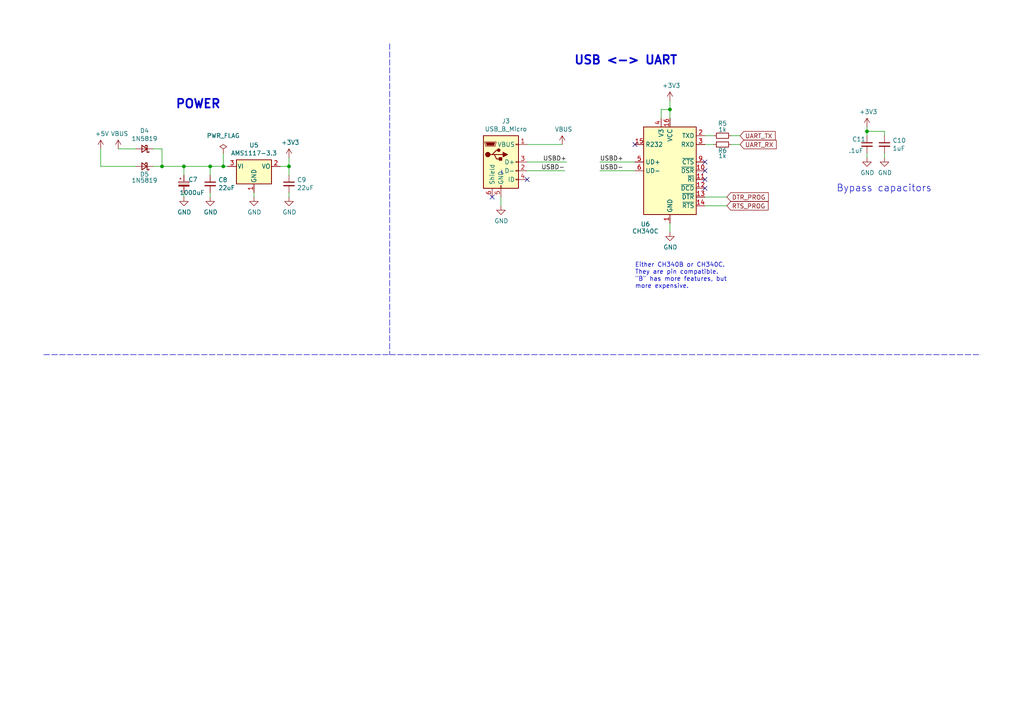
<source format=kicad_sch>
(kicad_sch (version 20211123) (generator eeschema)
  (paper "A4")
  (title_block (title "Unijoysticle 2 A500") (date "2022-04-25") (rev "A") (company "Retro Moe"))
  (lib_symbols
    (symbol "Connector:USB_B_Micro" (pin_names (offset 1.016))
      (property "Reference" "J" (at -5.08 11.43 0))
      (property "Value" "USB_B_Micro" (at -5.08 8.89 0))
      (symbol "USB_B_Micro_0_1"
        (rectangle (start -5.08 -7.62) (end 5.08 7.62) (stroke (width 0.254)) (fill (type background)))
        (circle (center -3.81 2.159) (radius 0.635) (stroke (width 0.254)) (fill (type outline)))
        (circle (center -0.635 3.429) (radius 0.381) (stroke (width 0.254)) (fill (type outline)))
        (rectangle (start -0.127 -7.62) (end 0.127 -6.858))
        (polyline (pts (xy -1.905 2.159) (xy 0.635 2.159)) (stroke (width 0.254)))
        (polyline (pts (xy -3.175 2.159) (xy -2.54 2.159) (xy -1.27 3.429) (xy -0.635 3.429)) (stroke (width 0.254)))
        (polyline (pts (xy -2.54 2.159) (xy -1.905 2.159) (xy -1.27 0.889) (xy 0 0.889)) (stroke (width 0.254)))
        (polyline (pts (xy 0.635 2.794) (xy 0.635 1.524) (xy 1.905 2.159) (xy 0.635 2.794)) (stroke (width 0.254)) (fill (type outline)))
        (polyline (pts (xy -4.318 5.588) (xy -1.778 5.588) (xy -2.032 4.826) (xy -4.064 4.826) (xy -4.318 5.588)) (fill (type outline)))
        (polyline (pts (xy -4.699 5.842) (xy -4.699 5.588) (xy -4.445 4.826) (xy -4.445 4.572) (xy -1.651 4.572) (xy -1.651 4.826) (xy -1.397 5.588) (xy -1.397 5.842) (xy -4.699 5.842)))
        (rectangle (start 0.254 1.27) (end -0.508 0.508) (stroke (width 0.254)) (fill (type outline)))
        (rectangle (start 5.08 -5.207) (end 4.318 -4.953))
        (rectangle (start 5.08 -2.667) (end 4.318 -2.413))
        (rectangle (start 5.08 -0.127) (end 4.318 0.127))
        (rectangle (start 5.08 4.953) (end 4.318 5.207))
      )
      (symbol "USB_B_Micro_1_1"
        (pin power_out line (at 7.62 5.08 180) (length 2.54) (name "VBUS") (number "1"))
        (pin bidirectional line (at 7.62 -2.54 180) (length 2.54) (name "D-") (number "2"))
        (pin bidirectional line (at 7.62 0 180) (length 2.54) (name "D+") (number "3"))
        (pin passive line (at 7.62 -5.08 180) (length 2.54) (name "ID") (number "4"))
        (pin power_out line (at 0 -10.16 90) (length 2.54) (name "GND") (number "5"))
        (pin passive line (at -2.54 -10.16 90) (length 2.54) (name "Shield") (number "6"))
      )
    )
    (symbol "Device:C_Polarized_Small" (pin_numbers hide) (pin_names (offset 0.254) hide)
      (property "Reference" "C" (at 0.254 1.778 0))
      (property "Value" "C_Polarized_Small" (at 0.254 -2.032 0))
      (symbol "C_Polarized_Small_0_1"
        (rectangle (start -1.524 -0.3048) (end 1.524 -0.6858) (fill (type outline)))
        (rectangle (start -1.524 0.6858) (end 1.524 0.3048))
        (polyline (pts (xy -1.27 1.524) (xy -0.762 1.524)))
        (polyline (pts (xy -1.016 1.27) (xy -1.016 1.778)))
      )
      (symbol "C_Polarized_Small_1_1"
        (pin passive line (at 0 2.54 270) (length 1.8542) (name "~") (number "1"))
        (pin passive line (at 0 -2.54 90) (length 1.8542) (name "~") (number "2"))
      )
    )
    (symbol "Device:C_Small" (pin_numbers hide) (pin_names (offset 0.254) hide)
      (property "Reference" "C" (at 0.254 1.778 0))
      (property "Value" "C_Small" (at 0.254 -2.032 0))
      (symbol "C_Small_0_1"
        (polyline (pts (xy -1.524 -0.508) (xy 1.524 -0.508)) (stroke (width 0.3302)))
        (polyline (pts (xy -1.524 0.508) (xy 1.524 0.508)) (stroke (width 0.3048)))
      )
      (symbol "C_Small_1_1"
        (pin passive line (at 0 2.54 270) (length 2.032) (name "~") (number "1"))
        (pin passive line (at 0 -2.54 90) (length 2.032) (name "~") (number "2"))
      )
    )
    (symbol "Device:D_Schottky_Small" (pin_numbers hide) (pin_names (offset 0.254) hide)
      (property "Reference" "D" (at -1.27 2.032 0))
      (property "Value" "D_Schottky_Small" (at -7.112 -2.032 0))
      (symbol "D_Schottky_Small_0_1"
        (polyline (pts (xy -0.762 0) (xy 0.762 0)))
        (polyline (pts (xy 0.762 -1.016) (xy -0.762 0) (xy 0.762 1.016) (xy 0.762 -1.016)) (stroke (width 0.254)))
        (polyline (pts (xy -1.27 0.762) (xy -1.27 1.016) (xy -0.762 1.016) (xy -0.762 -1.016) (xy -0.254 -1.016) (xy -0.254 -0.762)) (stroke (width 0.254)))
      )
      (symbol "D_Schottky_Small_1_1"
        (pin passive line (at -2.54 0 0) (length 1.778) (name "K") (number "1"))
        (pin passive line (at 2.54 0 180) (length 1.778) (name "A") (number "2"))
      )
    )
    (symbol "Device:R_Small" (pin_numbers hide) (pin_names (offset 0.254) hide)
      (property "Reference" "R" (at 0.762 0.508 0))
      (property "Value" "R_Small" (at 0.762 -1.016 0))
      (symbol "R_Small_0_1"
        (rectangle (start -0.762 1.778) (end 0.762 -1.778) (stroke (width 0.2032)))
      )
      (symbol "R_Small_1_1"
        (pin passive line (at 0 2.54 270) (length 0.762) (name "~") (number "1"))
        (pin passive line (at 0 -2.54 90) (length 0.762) (name "~") (number "2"))
      )
    )
    (symbol "Interface_USB:CH340C"
      (property "Reference" "U" (at -5.08 13.97 0))
      (property "Value" "CH340C" (at 1.27 13.97 0))
      (symbol "CH340C_0_1"
        (rectangle (start -7.62 12.7) (end 7.62 -12.7) (stroke (width 0.254)) (fill (type background)))
      )
      (symbol "CH340C_1_1"
        (pin power_in line (at 0 -15.24 90) (length 2.54) (name "GND") (number "1"))
        (pin input line (at 10.16 0 180) (length 2.54) (name "~{DSR}") (number "10"))
        (pin input line (at 10.16 -2.54 180) (length 2.54) (name "~{RI}") (number "11"))
        (pin input line (at 10.16 -5.08 180) (length 2.54) (name "~{DCD}") (number "12"))
        (pin output line (at 10.16 -7.62 180) (length 2.54) (name "~{DTR}") (number "13"))
        (pin output line (at 10.16 -10.16 180) (length 2.54) (name "~{RTS}") (number "14"))
        (pin input line (at -10.16 7.62 0) (length 2.54) (name "R232") (number "15"))
        (pin power_in line (at 0 15.24 270) (length 2.54) (name "VCC") (number "16"))
        (pin output line (at 10.16 10.16 180) (length 2.54) (name "TXD") (number "2"))
        (pin input line (at 10.16 7.62 180) (length 2.54) (name "RXD") (number "3"))
        (pin passive line (at -2.54 15.24 270) (length 2.54) (name "V3") (number "4"))
        (pin bidirectional line (at -10.16 2.54 0) (length 2.54) (name "UD+") (number "5"))
        (pin bidirectional line (at -10.16 0 0) (length 2.54) (name "UD-") (number "6"))
        (pin no_connect line (at -7.62 -7.62 0) (length 2.54) hide (name "NC") (number "7"))
        (pin no_connect line (at -7.62 -10.16 0) (length 2.54) hide (name "NC") (number "8"))
        (pin input line (at 10.16 2.54 180) (length 2.54) (name "~{CTS}") (number "9"))
      )
    )
    (symbol "Regulator_Linear:AMS1117-3.3" (pin_names (offset 0.254))
      (property "Reference" "U" (at -3.81 3.175 0))
      (property "Value" "AMS1117-3.3" (at 0 3.175 0))
      (symbol "AMS1117-3.3_0_1"
        (rectangle (start -5.08 -5.08) (end 5.08 1.905) (stroke (width 0.254)) (fill (type background)))
      )
      (symbol "AMS1117-3.3_1_1"
        (pin power_in line (at 0 -7.62 90) (length 2.54) (name "GND") (number "1"))
        (pin power_out line (at 7.62 0 180) (length 2.54) (name "VO") (number "2"))
        (pin power_in line (at -7.62 0 0) (length 2.54) (name "VI") (number "3"))
      )
    )
    (symbol "power:+3V3" (power) (pin_names (offset 0))
      (property "Value" "+3V3" (at 0 3.556 0))
      (symbol "+3V3_0_1"
        (polyline (pts (xy -0.762 1.27) (xy 0 2.54)))
        (polyline (pts (xy 0 0) (xy 0 2.54)))
        (polyline (pts (xy 0 2.54) (xy 0.762 1.27)))
      )
      (symbol "+3V3_1_1"
        (pin power_in line (at 0 0 90) (length 0) hide (name "+3V3") (number "1"))
      )
    )
    (symbol "power:+5V" (power) (pin_names (offset 0))
      (property "Value" "+5V" (at 0 3.556 0))
      (symbol "+5V_0_1"
        (polyline (pts (xy -0.762 1.27) (xy 0 2.54)))
        (polyline (pts (xy 0 0) (xy 0 2.54)))
        (polyline (pts (xy 0 2.54) (xy 0.762 1.27)))
      )
      (symbol "+5V_1_1"
        (pin power_in line (at 0 0 90) (length 0) hide (name "+5V") (number "1"))
      )
    )
    (symbol "power:GND" (power) (pin_names (offset 0))
      (property "Value" "GND" (at 0 -3.81 0))
      (symbol "GND_0_1"
        (polyline (pts (xy 0 0) (xy 0 -1.27) (xy 1.27 -1.27) (xy 0 -2.54) (xy -1.27 -1.27) (xy 0 -1.27)))
      )
      (symbol "GND_1_1"
        (pin power_in line (at 0 0 270) (length 0) hide (name "GND") (number "1"))
      )
    )
    (symbol "power:PWR_FLAG" (power) (pin_numbers hide) (pin_names (offset 0) hide)
      (property "Value" "PWR_FLAG" (at 0 3.81 0))
      (symbol "PWR_FLAG_0_0"
        (pin power_out line (at 0 0 90) (length 0) (name "pwr") (number "1"))
      )
      (symbol "PWR_FLAG_0_1"
        (polyline (pts (xy 0 0) (xy 0 1.27) (xy -1.016 1.905) (xy 0 2.54) (xy 1.016 1.905) (xy 0 1.27)))
      )
    )
    (symbol "power:VBUS" (power) (pin_names (offset 0))
      (property "Value" "VBUS" (at 0 3.81 0))
      (symbol "VBUS_0_1"
        (polyline (pts (xy -0.762 1.27) (xy 0 2.54)))
        (polyline (pts (xy 0 0) (xy 0 2.54)))
        (polyline (pts (xy 0 2.54) (xy 0.762 1.27)))
      )
      (symbol "VBUS_1_1"
        (pin power_in line (at 0 0 90) (length 0) hide (name "VBUS") (number "1"))
      )
    )
  )
  (junction (at 194.31 31.75))
  (junction (at 60.96 48.26))
  (junction (at 64.77 48.26))
  (junction (at 83.82 48.26))
  (junction (at 251.46 38.1))
  (junction (at 53.34 48.26))
  (junction (at 46.99 48.26))
  (no_connect (at 204.47 46.99))
  (no_connect (at 204.47 49.53))
  (no_connect (at 204.47 52.07))
  (no_connect (at 204.47 54.61))
  (no_connect (at 152.908 52.07))
  (no_connect (at 184.15 41.91))
  (no_connect (at 142.748 57.15))
  (wire (pts (xy 73.66 55.88) (xy 73.66 57.15)))
  (wire (pts (xy 60.96 48.26) (xy 60.96 50.8)))
  (wire (pts (xy 256.54 44.45) (xy 256.54 45.72)))
  (wire (pts (xy 29.21 48.26) (xy 29.21 43.18)))
  (polyline (pts (xy 12.7 102.87) (xy 113.03 102.87)))
  (wire (pts (xy 194.31 31.75) (xy 194.31 34.29)))
  (wire (pts (xy 83.82 55.88) (xy 83.82 57.15)))
  (wire (pts (xy 53.34 55.88) (xy 53.34 57.15)))
  (wire (pts (xy 145.288 57.15) (xy 145.288 59.69)))
  (wire (pts (xy 53.34 48.26) (xy 60.96 48.26)))
  (wire (pts (xy 53.34 48.26) (xy 53.34 50.8)))
  (wire (pts (xy 83.82 48.26) (xy 83.82 50.8)))
  (wire (pts (xy 83.82 48.26) (xy 81.28 48.26)))
  (wire (pts (xy 204.47 41.91) (xy 207.01 41.91)))
  (wire (pts (xy 251.46 38.1) (xy 251.46 39.37)))
  (wire (pts (xy 60.96 48.26) (xy 64.77 48.26)))
  (wire (pts (xy 152.908 41.91) (xy 163.068 41.91)))
  (wire (pts (xy 152.908 49.53) (xy 163.83 49.53)))
  (wire (pts (xy 191.77 31.75) (xy 191.77 34.29)))
  (wire (pts (xy 152.908 46.99) (xy 164.338 46.99)))
  (wire (pts (xy 46.99 43.18) (xy 46.99 48.26)))
  (wire (pts (xy 204.47 39.37) (xy 207.01 39.37)))
  (wire (pts (xy 204.47 57.15) (xy 210.82 57.15)))
  (wire (pts (xy 251.46 38.1) (xy 256.54 38.1)))
  (wire (pts (xy 46.99 48.26) (xy 53.34 48.26)))
  (wire (pts (xy 194.31 29.21) (xy 194.31 31.75)))
  (wire (pts (xy 204.47 59.69) (xy 210.82 59.69)))
  (wire (pts (xy 83.82 45.72) (xy 83.82 48.26)))
  (wire (pts (xy 29.21 48.26) (xy 39.37 48.26)))
  (wire (pts (xy 44.45 48.26) (xy 46.99 48.26)))
  (wire (pts (xy 173.99 49.53) (xy 184.15 49.53)))
  (wire (pts (xy 39.37 43.18) (xy 34.29 43.18)))
  (wire (pts (xy 173.99 46.99) (xy 184.15 46.99)))
  (polyline (pts (xy 145.542 50.546) (xy 145.542 49.276)))
  (wire (pts (xy 60.96 57.15) (xy 60.96 55.88)))
  (wire (pts (xy 256.54 38.1) (xy 256.54 39.37)))
  (wire (pts (xy 251.46 36.83) (xy 251.46 38.1)))
  (wire (pts (xy 212.09 39.37) (xy 214.63 39.37)))
  (wire (pts (xy 251.46 44.45) (xy 251.46 45.72)))
  (wire (pts (xy 194.31 31.75) (xy 191.77 31.75)))
  (polyline (pts (xy 113.03 12.7) (xy 113.03 102.87)))
  (wire (pts (xy 212.09 41.91) (xy 214.63 41.91)))
  (wire (pts (xy 44.45 43.18) (xy 46.99 43.18)))
  (wire (pts (xy 64.77 44.45) (xy 64.77 48.26)))
  (wire (pts (xy 194.31 64.77) (xy 194.31 67.31)))
  (wire (pts (xy 64.77 48.26) (xy 66.04 48.26)))
  (polyline (pts (xy 113.03 102.87) (xy 284.48 102.87)))
  (text "Either CH340B or CH340C.\nThey are pin compatible.\n\"B\" has more features, but\nmore expensive." (at 184.15 83.82 0) (effects (font (size 1.27 1.27)) (justify left bottom)))
  (text "Bypass capacitors" (at 242.57 55.88 0) (effects (font (size 2 2)) (justify left bottom)))
  (text "USB <-> UART" (at 166.37 19.05 0) (effects (font (size 2.4892 2.4892) (thickness 0.4978) bold) (justify left bottom)))
  (text "POWER" (at 50.8 31.75 0) (effects (font (size 2.4892 2.4892) (thickness 0.4978) bold) (justify left bottom)))
  (label "USBD-" (at 163.83 49.53 180))
  (label "USBD+" (at 173.99 46.99 0))
  (label "USBD-" (at 173.99 49.53 0))
  (label "USBD+" (at 164.338 46.99 180))
  (global_label "RTS_PROG" (shape input) (at 210.82 59.69 0) (property "Intersheet References" "${INTERSHEET_REFS}" (effects hide)))
  (global_label "DTR_PROG" (shape input) (at 210.82 57.15 0) (property "Intersheet References" "${INTERSHEET_REFS}" (effects hide)))
  (global_label "UART_RX" (shape input) (at 214.63 41.91 0) (property "Intersheet References" "${INTERSHEET_REFS}" (effects hide)))
  (global_label "UART_TX" (shape input) (at 214.63 39.37 0) (property "Intersheet References" "${INTERSHEET_REFS}" (effects hide)))
  (symbol (lib_id "power:VBUS") (at 163.068 41.91 0) (unit 1)
    (property "Reference" "#PWR025" (effects hide))
    (property "Value" "VBUS" (at 163.449 37.5158 0))
  )
  (symbol (lib_id "Device:C_Small") (at 60.96 53.34 0) (unit 1)
    (property "Reference" "C8" (at 63.2968 52.1716 0) (effects (justify left)))
    (property "Value" "22uF" (at 63.2968 54.483 0) (effects (justify left)))
    (property "Footprint" "Capacitor_SMD:C_0805_2012Metric_Pad1.18x1.45mm_HandSolder" (effects hide))
  )
  (symbol (lib_id "power:GND") (at 73.66 57.15 0) (unit 1)
    (property "Reference" "#PWR026" (effects hide))
    (property "Value" "GND" (at 73.787 61.5442 0))
  )
  (symbol (lib_id "power:GND") (at 60.96 57.15 0) (unit 1)
    (property "Reference" "#PWR024" (effects hide))
    (property "Value" "GND" (at 61.087 61.5442 0))
  )
  (symbol (lib_id "Device:C_Small") (at 83.82 53.34 0) (unit 1)
    (property "Reference" "C9" (at 86.1568 52.1716 0) (effects (justify left)))
    (property "Value" "22uF" (at 86.1568 54.483 0) (effects (justify left)))
    (property "Footprint" "Capacitor_SMD:C_0805_2012Metric_Pad1.18x1.45mm_HandSolder" (effects hide))
  )
  (symbol (lib_id "power:GND") (at 83.82 57.15 0) (unit 1)
    (property "Reference" "#PWR029" (effects hide))
    (property "Value" "GND" (at 83.947 61.5442 0))
  )
  (symbol (lib_id "power:+3V3") (at 83.82 45.72 0) (unit 1)
    (property "Reference" "#PWR028" (effects hide))
    (property "Value" "+3V3" (at 84.201 41.3258 0))
  )
  (symbol (lib_id "Regulator_Linear:AMS1117-3.3") (at 73.66 48.26 0) (unit 1)
    (property "Reference" "U5" (at 73.66 42.1132 0))
    (property "Value" "AMS1117-3.3" (at 73.66 44.4246 0))
    (property "Footprint" "Package_TO_SOT_SMD:SOT-223-3_TabPin2" (effects hide))
    (property "Datasheet" "http://www.advanced-monolithic.com/pdf/ds1117.pdf" (effects hide))
  )
  (symbol (lib_id "Interface_USB:CH340C") (at 194.31 49.53 0) (unit 1)
    (property "Reference" "U6" (at 187.198 65.024 0))
    (property "Value" "CH340C" (at 187.198 67.056 0))
    (property "Footprint" "Package_SO:SOIC-16_3.9x9.9mm_P1.27mm" (effects hide))
    (property "Datasheet" "https://datasheet.lcsc.com/szlcsc/Jiangsu-Qin-Heng-CH340C_C84681.pdf" (effects hide))
  )
  (symbol (lib_id "power:GND") (at 251.46 45.72 0) (unit 1)
    (property "Reference" "#PWR0103" (effects hide))
    (property "Value" "GND" (at 251.587 50.1142 0))
  )
  (symbol (lib_id "Device:C_Small") (at 251.46 41.91 0) (unit 1)
    (property "Reference" "C11" (at 247.142 40.386 0) (effects (justify left)))
    (property "Value" ".1uF" (at 246.126 43.688 0) (effects (justify left)))
    (property "Footprint" "Capacitor_SMD:C_0805_2012Metric_Pad1.18x1.45mm_HandSolder" (effects hide))
  )
  (symbol (lib_id "power:VBUS") (at 34.29 43.18 0) (unit 1)
    (property "Reference" "#PWR022" (effects hide))
    (property "Value" "VBUS" (at 34.671 38.7858 0))
  )
  (symbol (lib_id "power:GND") (at 53.34 57.15 0) (unit 1)
    (property "Reference" "#PWR018" (effects hide))
    (property "Value" "GND" (at 53.467 61.5442 0))
  )
  (symbol (lib_id "Device:R_Small") (at 209.55 39.37 270) (unit 1)
    (property "Reference" "R5" (at 209.55 35.814 90))
    (property "Value" "1k" (at 209.55 37.592 90))
    (property "Footprint" "Resistor_SMD:R_0805_2012Metric_Pad1.20x1.40mm_HandSolder" (effects hide))
  )
  (symbol (lib_id "power:+3V3") (at 194.31 29.21 0) (unit 1)
    (property "Reference" "#PWR0101" (effects hide))
    (property "Value" "+3V3" (at 194.691 24.8158 0))
  )
  (symbol (lib_id "power:GND") (at 194.31 67.31 0) (unit 1)
    (property "Reference" "#PWR0102" (effects hide))
    (property "Value" "GND" (at 194.437 71.7042 0))
  )
  (symbol (lib_id "power:+3V3") (at 251.46 36.83 0) (unit 1)
    (property "Reference" "#PWR0105" (effects hide))
    (property "Value" "+3V3" (at 251.841 32.4358 0))
  )
  (symbol (lib_id "Device:C_Small") (at 256.54 41.91 0) (unit 1)
    (property "Reference" "C10" (at 258.8768 40.7416 0) (effects (justify left)))
    (property "Value" "1uF" (at 258.8768 43.053 0) (effects (justify left)))
    (property "Footprint" "Capacitor_SMD:C_0805_2012Metric_Pad1.18x1.45mm_HandSolder" (effects hide))
  )
  (symbol (lib_id "power:GND") (at 256.54 45.72 0) (unit 1)
    (property "Reference" "#PWR0106" (effects hide))
    (property "Value" "GND" (at 256.667 50.1142 0))
  )
  (symbol (lib_id "power:GND") (at 145.288 59.69 0) (unit 1)
    (property "Reference" "#PWR0107" (effects hide))
    (property "Value" "GND" (at 145.415 64.0842 0))
  )
  (symbol (lib_id "Device:R_Small") (at 209.55 41.91 270) (unit 1)
    (property "Reference" "R6" (at 209.55 43.688 90))
    (property "Value" "1k" (at 209.55 45.212 90))
    (property "Footprint" "Resistor_SMD:R_0805_2012Metric_Pad1.20x1.40mm_HandSolder" (effects hide))
  )
  (symbol (lib_id "Device:D_Schottky_Small") (at 41.91 43.18 180) (unit 1)
    (property "Reference" "D4" (at 41.91 37.9222 0))
    (property "Value" "1N5819" (at 41.91 40.2336 0))
    (property "Footprint" "Diode_SMD:D_SOD-123" (effects hide))
  )
  (symbol (lib_id "Device:D_Schottky_Small") (at 41.91 48.26 180) (unit 1)
    (property "Reference" "D5" (at 41.91 50.546 0))
    (property "Value" "1N5819" (at 41.91 52.324 0))
    (property "Footprint" "Diode_SMD:D_SOD-123" (effects hide))
  )
  (symbol (lib_id "Connector:USB_B_Micro") (at 145.288 46.99 0) (unit 1)
    (property "Reference" "J3" (at 146.7358 35.1282 0))
    (property "Value" "USB_B_Micro" (at 146.7358 37.4396 0))
    (property "Footprint" "Connector_USB:USB_Micro-B_Amphenol_10118194_Horizontal" (effects hide))
  )
  (symbol (lib_id "power:+5V") (at 29.21 43.18 0) (unit 1)
    (property "Reference" "#PWR0109" (effects hide))
    (property "Value" "+5V" (at 29.591 38.7858 0))
  )
  (symbol (lib_id "power:PWR_FLAG") (at 64.77 44.45 0) (unit 1)
    (property "Reference" "#FLG0101" (effects hide))
    (property "Value" "PWR_FLAG" (at 64.77 39.37 0))
  )
  (symbol (lib_id "Device:C_Polarized_Small") (at 53.34 53.34 0) (unit 1)
    (property "Reference" "C7" (at 54.61 52.07 0) (effects (justify left)))
    (property "Value" "1000uF" (at 52.07 55.88 0) (effects (justify left)))
    (property "Footprint" "Capacitor_SMD:CP_Elec_10x10" (effects hide))
  )
)
</source>
